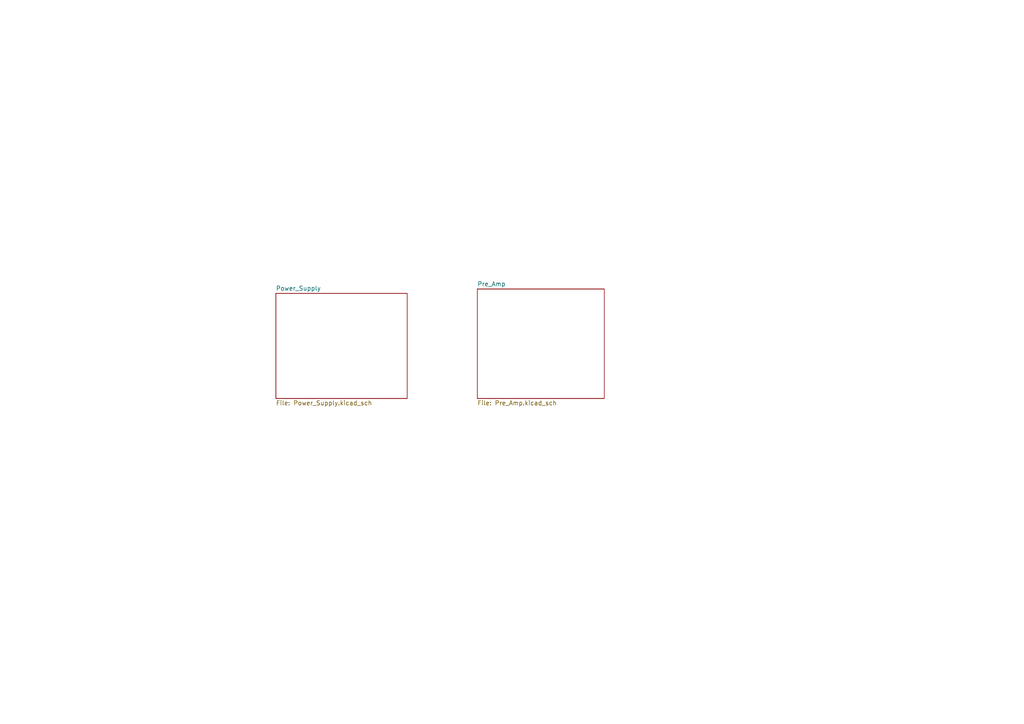
<source format=kicad_sch>
(kicad_sch (version 20211123) (generator eeschema)
  (paper "A4")
  (title_block (title "HFAmp") (rev "A0") (company "imi415"))
  (lib_symbols)
  (sheet (at 80.01 85.09) (size 38.1 30.48) (stroke (width 0.1524))
    (property "Sheet name" "Power_Supply" (at 80.01 84.3784 0) (effects (justify left bottom)))
    (property "Sheet file" "Power_Supply.kicad_sch" (at 80.01 116.1546 0) (effects (justify left top)))
  )
  (sheet (at 138.43 83.82) (size 36.83 31.75) (stroke (width 0.1524))
    (property "Sheet name" "Pre_Amp" (at 138.43 83.1084 0) (effects (justify left bottom)))
    (property "Sheet file" "Pre_Amp.kicad_sch" (at 138.43 116.1546 0) (effects (justify left top)))
  )
)
</source>
